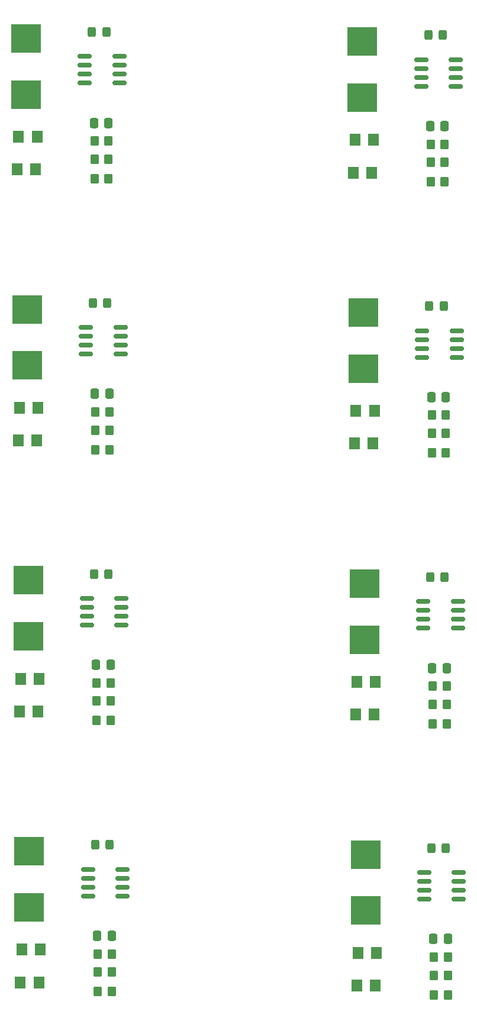
<source format=gbr>
%TF.GenerationSoftware,KiCad,Pcbnew,8.0.5*%
%TF.CreationDate,2024-12-11T00:22:58+01:00*%
%TF.ProjectId,rtc-module-kicad,7274632d-6d6f-4647-956c-652d6b696361,rev?*%
%TF.SameCoordinates,Original*%
%TF.FileFunction,Paste,Top*%
%TF.FilePolarity,Positive*%
%FSLAX46Y46*%
G04 Gerber Fmt 4.6, Leading zero omitted, Abs format (unit mm)*
G04 Created by KiCad (PCBNEW 8.0.5) date 2024-12-11 00:22:58*
%MOMM*%
%LPD*%
G01*
G04 APERTURE LIST*
G04 Aperture macros list*
%AMRoundRect*
0 Rectangle with rounded corners*
0 $1 Rounding radius*
0 $2 $3 $4 $5 $6 $7 $8 $9 X,Y pos of 4 corners*
0 Add a 4 corners polygon primitive as box body*
4,1,4,$2,$3,$4,$5,$6,$7,$8,$9,$2,$3,0*
0 Add four circle primitives for the rounded corners*
1,1,$1+$1,$2,$3*
1,1,$1+$1,$4,$5*
1,1,$1+$1,$6,$7*
1,1,$1+$1,$8,$9*
0 Add four rect primitives between the rounded corners*
20,1,$1+$1,$2,$3,$4,$5,0*
20,1,$1+$1,$4,$5,$6,$7,0*
20,1,$1+$1,$6,$7,$8,$9,0*
20,1,$1+$1,$8,$9,$2,$3,0*%
G04 Aperture macros list end*
%ADD10RoundRect,0.250000X-0.350000X-0.450000X0.350000X-0.450000X0.350000X0.450000X-0.350000X0.450000X0*%
%ADD11RoundRect,0.150000X-0.825000X-0.150000X0.825000X-0.150000X0.825000X0.150000X-0.825000X0.150000X0*%
%ADD12R,1.524000X1.676400*%
%ADD13RoundRect,0.250000X-0.337500X-0.475000X0.337500X-0.475000X0.337500X0.475000X-0.337500X0.475000X0*%
%ADD14RoundRect,0.250000X-0.325000X-0.450000X0.325000X-0.450000X0.325000X0.450000X-0.325000X0.450000X0*%
%ADD15R,4.200000X4.025000*%
G04 APERTURE END LIST*
D10*
%TO.C,150R*%
X76740000Y-94386400D03*
X78740000Y-94386400D03*
%TD*%
D11*
%TO.C,U1*%
X75364800Y-76911200D03*
X75364800Y-78181200D03*
X75364800Y-79451200D03*
X75364800Y-80721200D03*
X80314800Y-80721200D03*
X80314800Y-79451200D03*
X80314800Y-78181200D03*
X80314800Y-76911200D03*
%TD*%
D12*
%TO.C,D2*%
X65887600Y-88392000D03*
X68529200Y-88392000D03*
%TD*%
D13*
%TO.C,10uF/6.3V*%
X76665000Y-86410800D03*
X78740000Y-86410800D03*
%TD*%
D10*
%TO.C,R2*%
X76740000Y-89001600D03*
X78740000Y-89001600D03*
%TD*%
D12*
%TO.C,D1*%
X65684400Y-93065600D03*
X68326000Y-93065600D03*
%TD*%
D14*
%TO.C,LED*%
X76385200Y-73406000D03*
X78435200Y-73406000D03*
%TD*%
D10*
%TO.C,R1*%
X76740000Y-91592400D03*
X78740000Y-91592400D03*
%TD*%
D15*
%TO.C,Crystal*%
X66954400Y-74321800D03*
X66954400Y-82346800D03*
%TD*%
D10*
%TO.C,150R*%
X76587600Y-55626000D03*
X78587600Y-55626000D03*
%TD*%
D11*
%TO.C,U1*%
X75212400Y-38150800D03*
X75212400Y-39420800D03*
X75212400Y-40690800D03*
X75212400Y-41960800D03*
X80162400Y-41960800D03*
X80162400Y-40690800D03*
X80162400Y-39420800D03*
X80162400Y-38150800D03*
%TD*%
D12*
%TO.C,D2*%
X65735200Y-49631600D03*
X68376800Y-49631600D03*
%TD*%
D14*
%TO.C,LED*%
X76232800Y-34645600D03*
X78282800Y-34645600D03*
%TD*%
D15*
%TO.C,Crystal*%
X66802000Y-35561400D03*
X66802000Y-43586400D03*
%TD*%
D13*
%TO.C,10uF/6.3V*%
X76512600Y-47650400D03*
X78587600Y-47650400D03*
%TD*%
D10*
%TO.C,150R*%
X124695200Y-56083200D03*
X126695200Y-56083200D03*
%TD*%
D12*
%TO.C,D1*%
X65532000Y-54305200D03*
X68173600Y-54305200D03*
%TD*%
D10*
%TO.C,R1*%
X76587600Y-52832000D03*
X78587600Y-52832000D03*
%TD*%
D12*
%TO.C,D1*%
X113639600Y-54762400D03*
X116281200Y-54762400D03*
%TD*%
D10*
%TO.C,R2*%
X124695200Y-50698400D03*
X126695200Y-50698400D03*
%TD*%
D15*
%TO.C,Crystal*%
X114909600Y-36018600D03*
X114909600Y-44043600D03*
%TD*%
D14*
%TO.C,LED*%
X124340400Y-35102800D03*
X126390400Y-35102800D03*
%TD*%
D13*
%TO.C,10uF/6.3V*%
X124620200Y-48107600D03*
X126695200Y-48107600D03*
%TD*%
D11*
%TO.C,U1*%
X123320000Y-38608000D03*
X123320000Y-39878000D03*
X123320000Y-41148000D03*
X123320000Y-42418000D03*
X128270000Y-42418000D03*
X128270000Y-41148000D03*
X128270000Y-39878000D03*
X128270000Y-38608000D03*
%TD*%
D12*
%TO.C,D2*%
X113842800Y-50088800D03*
X116484400Y-50088800D03*
%TD*%
D10*
%TO.C,R1*%
X124695200Y-53289200D03*
X126695200Y-53289200D03*
%TD*%
%TO.C,R2*%
X76587600Y-50241200D03*
X78587600Y-50241200D03*
%TD*%
D15*
%TO.C,Crystal*%
X115062000Y-74779000D03*
X115062000Y-82804000D03*
%TD*%
D10*
%TO.C,150R*%
X124847600Y-94843600D03*
X126847600Y-94843600D03*
%TD*%
D14*
%TO.C,LED*%
X124492800Y-73863200D03*
X126542800Y-73863200D03*
%TD*%
D11*
%TO.C,U1*%
X123472400Y-77368400D03*
X123472400Y-78638400D03*
X123472400Y-79908400D03*
X123472400Y-81178400D03*
X128422400Y-81178400D03*
X128422400Y-79908400D03*
X128422400Y-78638400D03*
X128422400Y-77368400D03*
%TD*%
D12*
%TO.C,D2*%
X113995200Y-88849200D03*
X116636800Y-88849200D03*
%TD*%
%TO.C,D1*%
X113792000Y-93522800D03*
X116433600Y-93522800D03*
%TD*%
D10*
%TO.C,R1*%
X124847600Y-92049600D03*
X126847600Y-92049600D03*
%TD*%
D13*
%TO.C,10uF/6.3V*%
X124772600Y-86868000D03*
X126847600Y-86868000D03*
%TD*%
D10*
%TO.C,R2*%
X124847600Y-89458800D03*
X126847600Y-89458800D03*
%TD*%
%TO.C,150R*%
X76892400Y-133146800D03*
X78892400Y-133146800D03*
%TD*%
D11*
%TO.C,U1*%
X75517200Y-115671600D03*
X75517200Y-116941600D03*
X75517200Y-118211600D03*
X75517200Y-119481600D03*
X80467200Y-119481600D03*
X80467200Y-118211600D03*
X80467200Y-116941600D03*
X80467200Y-115671600D03*
%TD*%
D12*
%TO.C,D2*%
X66040000Y-127152400D03*
X68681600Y-127152400D03*
%TD*%
D13*
%TO.C,10uF/6.3V*%
X76817400Y-125171200D03*
X78892400Y-125171200D03*
%TD*%
D10*
%TO.C,R2*%
X76892400Y-127762000D03*
X78892400Y-127762000D03*
%TD*%
D12*
%TO.C,D1*%
X65836800Y-131826000D03*
X68478400Y-131826000D03*
%TD*%
D14*
%TO.C,LED*%
X76537600Y-112166400D03*
X78587600Y-112166400D03*
%TD*%
D10*
%TO.C,R1*%
X76892400Y-130352800D03*
X78892400Y-130352800D03*
%TD*%
D15*
%TO.C,Crystal*%
X67106800Y-113082200D03*
X67106800Y-121107200D03*
%TD*%
%TO.C,Crystal*%
X115214400Y-113539400D03*
X115214400Y-121564400D03*
%TD*%
D10*
%TO.C,150R*%
X125000000Y-133604000D03*
X127000000Y-133604000D03*
%TD*%
D14*
%TO.C,LED*%
X124645200Y-112623600D03*
X126695200Y-112623600D03*
%TD*%
D11*
%TO.C,U1*%
X123624800Y-116128800D03*
X123624800Y-117398800D03*
X123624800Y-118668800D03*
X123624800Y-119938800D03*
X128574800Y-119938800D03*
X128574800Y-118668800D03*
X128574800Y-117398800D03*
X128574800Y-116128800D03*
%TD*%
D12*
%TO.C,D2*%
X114147600Y-127609600D03*
X116789200Y-127609600D03*
%TD*%
%TO.C,D1*%
X113944400Y-132283200D03*
X116586000Y-132283200D03*
%TD*%
D10*
%TO.C,R1*%
X125000000Y-130810000D03*
X127000000Y-130810000D03*
%TD*%
D13*
%TO.C,10uF/6.3V*%
X124925000Y-125628400D03*
X127000000Y-125628400D03*
%TD*%
D10*
%TO.C,R2*%
X125000000Y-128219200D03*
X127000000Y-128219200D03*
%TD*%
%TO.C,150R*%
X125152400Y-172364400D03*
X127152400Y-172364400D03*
%TD*%
D11*
%TO.C,U1*%
X123777200Y-154889200D03*
X123777200Y-156159200D03*
X123777200Y-157429200D03*
X123777200Y-158699200D03*
X128727200Y-158699200D03*
X128727200Y-157429200D03*
X128727200Y-156159200D03*
X128727200Y-154889200D03*
%TD*%
D12*
%TO.C,D2*%
X114300000Y-166370000D03*
X116941600Y-166370000D03*
%TD*%
D13*
%TO.C,10uF/6.3V*%
X125077400Y-164388800D03*
X127152400Y-164388800D03*
%TD*%
D10*
%TO.C,R2*%
X125152400Y-166979600D03*
X127152400Y-166979600D03*
%TD*%
D12*
%TO.C,D1*%
X114096800Y-171043600D03*
X116738400Y-171043600D03*
%TD*%
D14*
%TO.C,LED*%
X124797600Y-151384000D03*
X126847600Y-151384000D03*
%TD*%
D10*
%TO.C,R1*%
X125152400Y-169570400D03*
X127152400Y-169570400D03*
%TD*%
D15*
%TO.C,Crystal*%
X115366800Y-152299800D03*
X115366800Y-160324800D03*
%TD*%
D14*
%TO.C,LED*%
X78740000Y-150926800D03*
X76690000Y-150926800D03*
%TD*%
D12*
%TO.C,D1*%
X68630800Y-170586400D03*
X65989200Y-170586400D03*
%TD*%
D15*
%TO.C,Crystal*%
X67259200Y-159867600D03*
X67259200Y-151842600D03*
%TD*%
D10*
%TO.C,R2*%
X79044800Y-166522400D03*
X77044800Y-166522400D03*
%TD*%
%TO.C,R1*%
X79044800Y-169113200D03*
X77044800Y-169113200D03*
%TD*%
D13*
%TO.C,10uF/6.3V*%
X79044800Y-163931600D03*
X76969800Y-163931600D03*
%TD*%
D12*
%TO.C,D2*%
X68834000Y-165912800D03*
X66192400Y-165912800D03*
%TD*%
D11*
%TO.C,U1*%
X80619600Y-154432000D03*
X80619600Y-155702000D03*
X80619600Y-156972000D03*
X80619600Y-158242000D03*
X75669600Y-158242000D03*
X75669600Y-156972000D03*
X75669600Y-155702000D03*
X75669600Y-154432000D03*
%TD*%
D10*
%TO.C,150R*%
X79044800Y-171907200D03*
X77044800Y-171907200D03*
%TD*%
M02*

</source>
